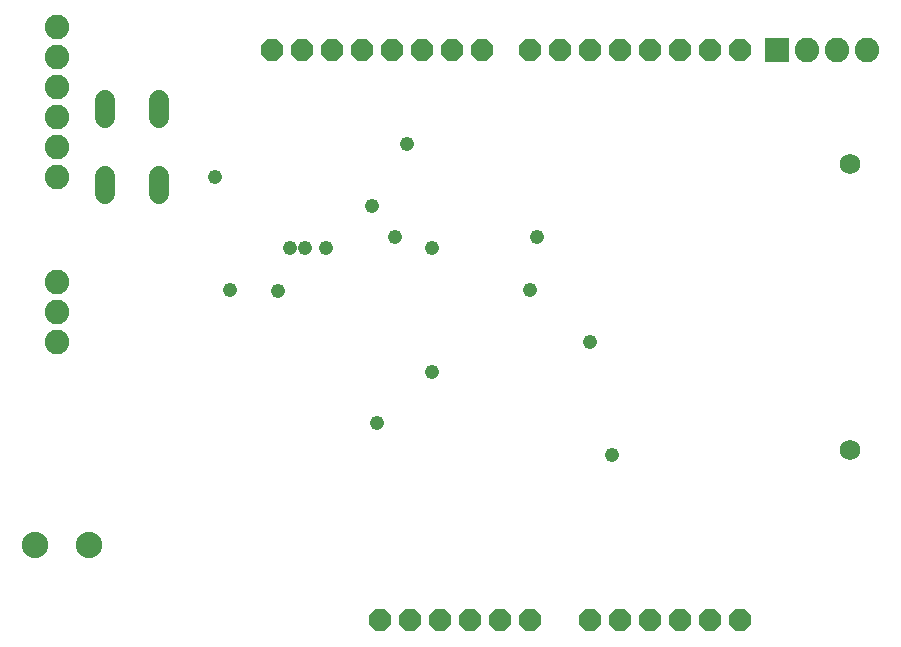
<source format=gbs>
G75*
%MOIN*%
%OFA0B0*%
%FSLAX24Y24*%
%IPPOS*%
%LPD*%
%AMOC8*
5,1,8,0,0,1.08239X$1,22.5*
%
%ADD10R,0.0820X0.0820*%
%ADD11C,0.0820*%
%ADD12C,0.0680*%
%ADD13OC8,0.0740*%
%ADD14C,0.0690*%
%ADD15C,0.0880*%
%ADD16C,0.0476*%
D10*
X026859Y020600D03*
D11*
X027859Y020600D03*
X028859Y020600D03*
X029859Y020600D03*
X002859Y020350D03*
X002859Y019350D03*
X002859Y018350D03*
X002859Y017350D03*
X002859Y016350D03*
X002859Y012850D03*
X002859Y011850D03*
X002859Y010850D03*
X002859Y021350D03*
D12*
X004469Y018930D02*
X004469Y018330D01*
X006249Y018330D02*
X006249Y018930D01*
X006249Y016370D02*
X006249Y015770D01*
X004469Y015770D02*
X004469Y016370D01*
D13*
X010009Y020600D03*
X011009Y020600D03*
X012009Y020600D03*
X013009Y020600D03*
X014009Y020600D03*
X015009Y020600D03*
X016009Y020600D03*
X017009Y020600D03*
X018609Y020600D03*
X019609Y020600D03*
X020609Y020600D03*
X021609Y020600D03*
X022609Y020600D03*
X023609Y020600D03*
X024609Y020600D03*
X025609Y020600D03*
X025609Y001600D03*
X024609Y001600D03*
X023609Y001600D03*
X022609Y001600D03*
X021609Y001600D03*
X020609Y001600D03*
X018609Y001600D03*
X017609Y001600D03*
X016609Y001600D03*
X015609Y001600D03*
X014609Y001600D03*
X013609Y001600D03*
D14*
X029282Y007250D03*
X029282Y016801D03*
D15*
X002109Y004100D03*
X003909Y004100D03*
D16*
X013509Y008150D03*
X015359Y009850D03*
X018609Y012600D03*
X018859Y014350D03*
X015359Y014000D03*
X014109Y014350D03*
X013359Y015400D03*
X011809Y014000D03*
X011109Y014000D03*
X010609Y014000D03*
X010209Y012550D03*
X008609Y012600D03*
X008109Y016350D03*
X014509Y017450D03*
X020609Y010850D03*
X021359Y007100D03*
M02*

</source>
